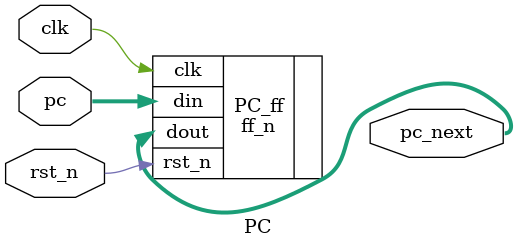
<source format=v>
module PC (
    pc_next,

    pc,
    clk,
    rst_n
);
    output      [31:0]  pc_next ;

    input       [31:0]  pc      ;
    input               clk     ;
    input               rst_n   ;

    ff_n # (
        .DLEN(32)
    ) PC_ff (
        .dout   (pc_next)   ,

        .din    (pc)        ,
        .clk    (clk)       ,
        .rst_n  (rst_n)
    );
endmodule
</source>
